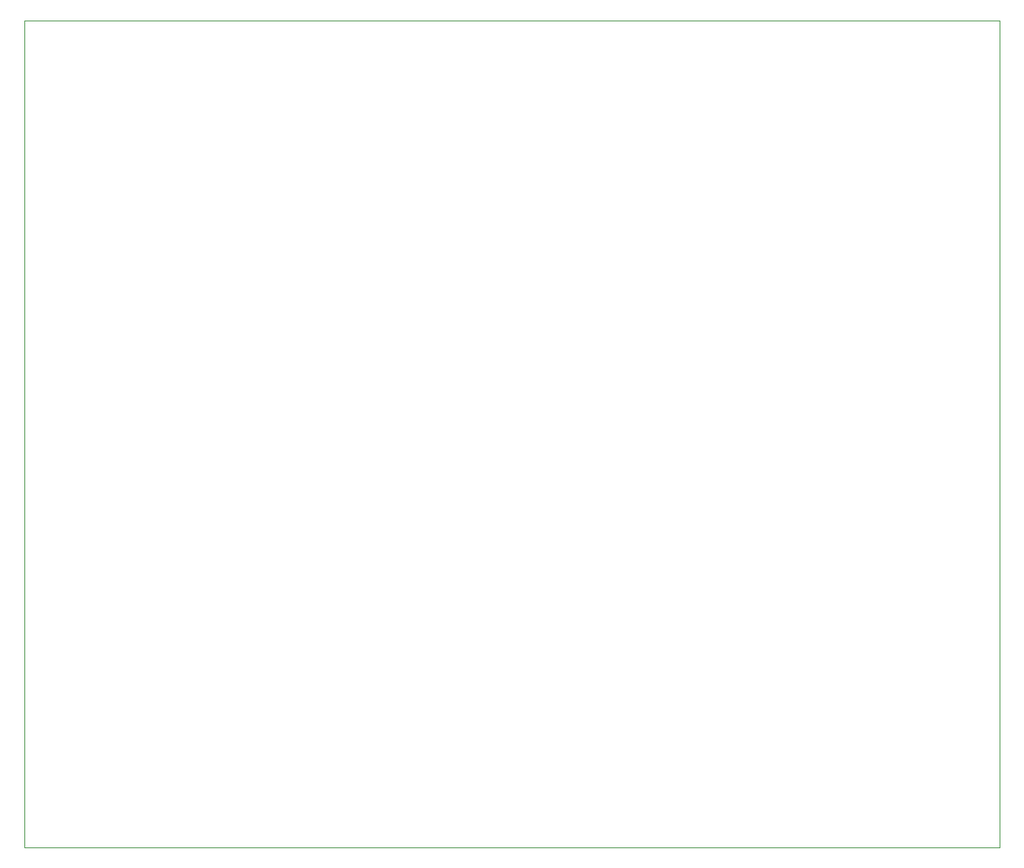
<source format=gbr>
%TF.GenerationSoftware,KiCad,Pcbnew,9.0.0*%
%TF.CreationDate,2025-04-22T17:20:22+02:00*%
%TF.ProjectId,DIMECRES_C_retrovisors,44494d45-4352-4455-935f-435f72657472,rev?*%
%TF.SameCoordinates,Original*%
%TF.FileFunction,Profile,NP*%
%FSLAX46Y46*%
G04 Gerber Fmt 4.6, Leading zero omitted, Abs format (unit mm)*
G04 Created by KiCad (PCBNEW 9.0.0) date 2025-04-22 17:20:22*
%MOMM*%
%LPD*%
G01*
G04 APERTURE LIST*
%TA.AperFunction,Profile*%
%ADD10C,0.050000*%
%TD*%
G04 APERTURE END LIST*
D10*
X86491200Y-48992000D02*
X194780000Y-48992000D01*
X194780000Y-140800000D01*
X86491200Y-140800000D01*
X86491200Y-48992000D01*
M02*

</source>
